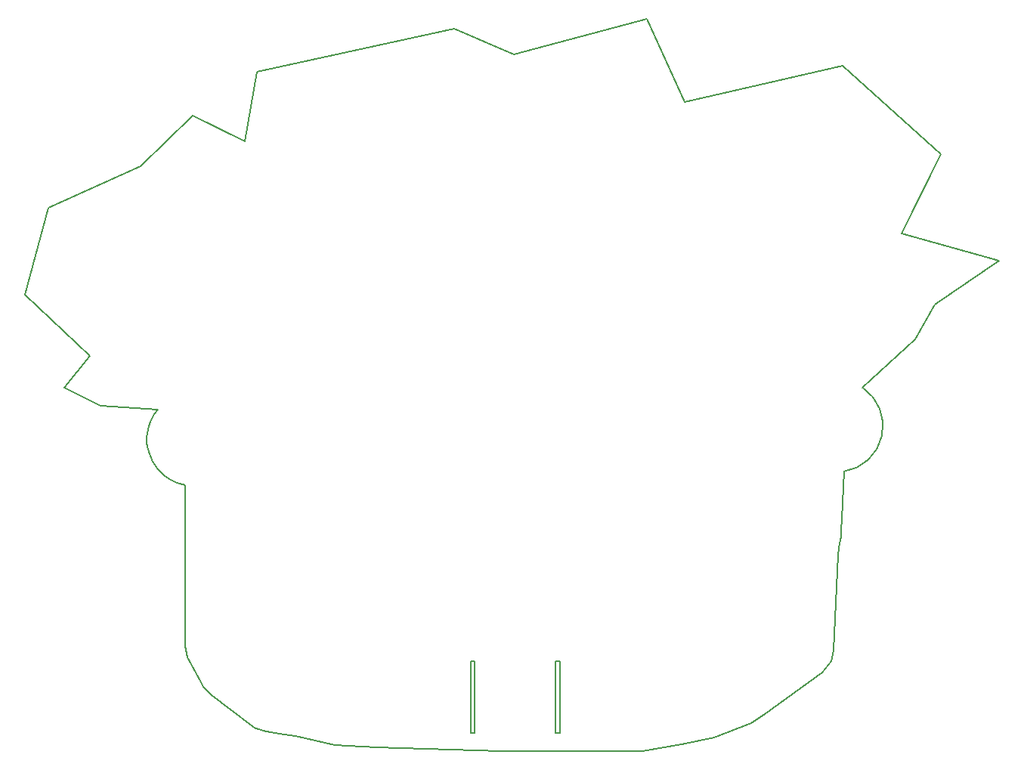
<source format=gbr>
G04 #@! TF.FileFunction,Profile,NP*
%FSLAX46Y46*%
G04 Gerber Fmt 4.6, Leading zero omitted, Abs format (unit mm)*
G04 Created by KiCad (PCBNEW 4.0.7) date Sun May  6 01:29:27 2018*
%MOMM*%
%LPD*%
G01*
G04 APERTURE LIST*
%ADD10C,0.100000*%
%ADD11C,0.160000*%
%ADD12C,0.150000*%
G04 APERTURE END LIST*
D10*
D11*
X54350000Y1175000D02*
X54350000Y9250000D01*
X54800000Y1175000D02*
X54350000Y1175000D01*
X54350000Y9250000D02*
X54800000Y9250000D01*
X54800000Y9250000D02*
X54800000Y1175000D01*
X44800000Y1175000D02*
X44800000Y9250000D01*
X45250000Y1175000D02*
X44800000Y1175000D01*
X45250000Y9250000D02*
X45250000Y1175000D01*
X44800000Y9250000D02*
X45250000Y9250000D01*
D12*
X72125000Y725000D02*
X76250000Y2275000D01*
X68475000Y-100000D02*
X72125000Y725000D01*
X64075000Y-825000D02*
X68475000Y-100000D01*
X48250000Y-825000D02*
X64075000Y-825000D01*
X34275000Y-450000D02*
X48250000Y-825000D01*
X29625000Y-125000D02*
X34275000Y-450000D01*
X25225000Y850000D02*
X29625000Y-125000D01*
X23900000Y1000000D02*
X25225000Y850000D01*
X22400000Y1300000D02*
X23900000Y1000000D01*
X21550000Y1450000D02*
X22400000Y1300000D01*
X21125000Y1625000D02*
X21550000Y1450000D01*
X20725000Y1700000D02*
X21125000Y1625000D01*
X12800000Y28950000D02*
X12840000Y28660000D01*
X12550000Y29050000D02*
X12800000Y28950000D01*
X12130000Y29160000D02*
X12550000Y29050000D01*
X11720000Y29310000D02*
X12130000Y29160000D01*
X11260000Y29530000D02*
X11720000Y29310000D01*
X10510000Y30010000D02*
X11260000Y29530000D01*
X9760000Y30740000D02*
X10510000Y30010000D01*
X9170000Y31610000D02*
X9760000Y30740000D01*
X8740000Y32650000D02*
X9170000Y31610000D01*
X8610000Y33250000D02*
X8740000Y32650000D01*
X8550000Y33730000D02*
X8610000Y33250000D01*
X8540000Y34380000D02*
X8550000Y33730000D01*
X8750000Y35550000D02*
X8540000Y34380000D01*
X8950000Y36110000D02*
X8750000Y35550000D01*
X9390000Y36940000D02*
X8950000Y36110000D01*
X9790000Y37470000D02*
X9390000Y36940000D01*
X3330000Y37870000D02*
X9790000Y37470000D01*
X3330000Y37870000D02*
X-700000Y39850000D01*
X86410000Y25140000D02*
X86630000Y30490000D01*
X88720000Y39900000D02*
X94650000Y45300000D01*
X86626887Y30488899D02*
G75*
G03X88720000Y39900000I-776887J5111101D01*
G01*
X12850000Y26050000D02*
X12840000Y28660000D01*
X86330000Y23130000D02*
X86280000Y22830000D01*
X86320000Y23230000D02*
X86330000Y23130000D01*
X86330000Y23550000D02*
X86320000Y23230000D01*
X86350000Y23860000D02*
X86330000Y23550000D01*
X86410000Y25140000D02*
X86350000Y23860000D01*
X85950000Y21100000D02*
X86100000Y21925000D01*
X96850000Y49200000D02*
X94650000Y45300000D01*
X104000000Y54125000D02*
X96850000Y49200000D01*
X93075000Y57150000D02*
X104000000Y54125000D01*
X97500000Y66075000D02*
X93075000Y57150000D01*
X86525000Y75975000D02*
X97500000Y66075000D01*
X68800000Y71850000D02*
X86525000Y75975000D01*
X64550000Y81200000D02*
X68800000Y71850000D01*
X49700000Y77200000D02*
X64550000Y81200000D01*
X42975000Y80100000D02*
X49700000Y77200000D01*
X20875000Y75275000D02*
X42975000Y80100000D01*
X19500000Y67450000D02*
X20875000Y75275000D01*
X13725000Y70350000D02*
X19500000Y67450000D01*
X7825000Y64700000D02*
X13725000Y70350000D01*
X-2475000Y60050000D02*
X7825000Y64700000D01*
X-5100000Y50300000D02*
X-2475000Y60050000D01*
X2200000Y43425000D02*
X-5100000Y50300000D01*
X-700000Y39850000D02*
X2200000Y43425000D01*
X86200000Y22475000D02*
X86275000Y22825000D01*
X86100000Y21925000D02*
X86200000Y22475000D01*
X84175000Y7925000D02*
X85250000Y9250000D01*
X77775000Y3325000D02*
X84175000Y7925000D01*
X76250000Y2275000D02*
X77775000Y3325000D01*
X20350000Y1950000D02*
X20725000Y1700000D01*
X12800000Y21050000D02*
X12800000Y10900000D01*
X12800000Y21050000D02*
X12850000Y26050000D01*
X13100000Y9650000D02*
X12800000Y10900000D01*
X14500000Y7050000D02*
X13100000Y9650000D01*
X14900000Y6400000D02*
X14500000Y7050000D01*
X15800000Y5450000D02*
X14900000Y6400000D01*
X20350000Y1950000D02*
X15800000Y5450000D01*
X85500000Y10450000D02*
X85250000Y9250000D01*
X85950000Y21100000D02*
X85500000Y10450000D01*
M02*

</source>
